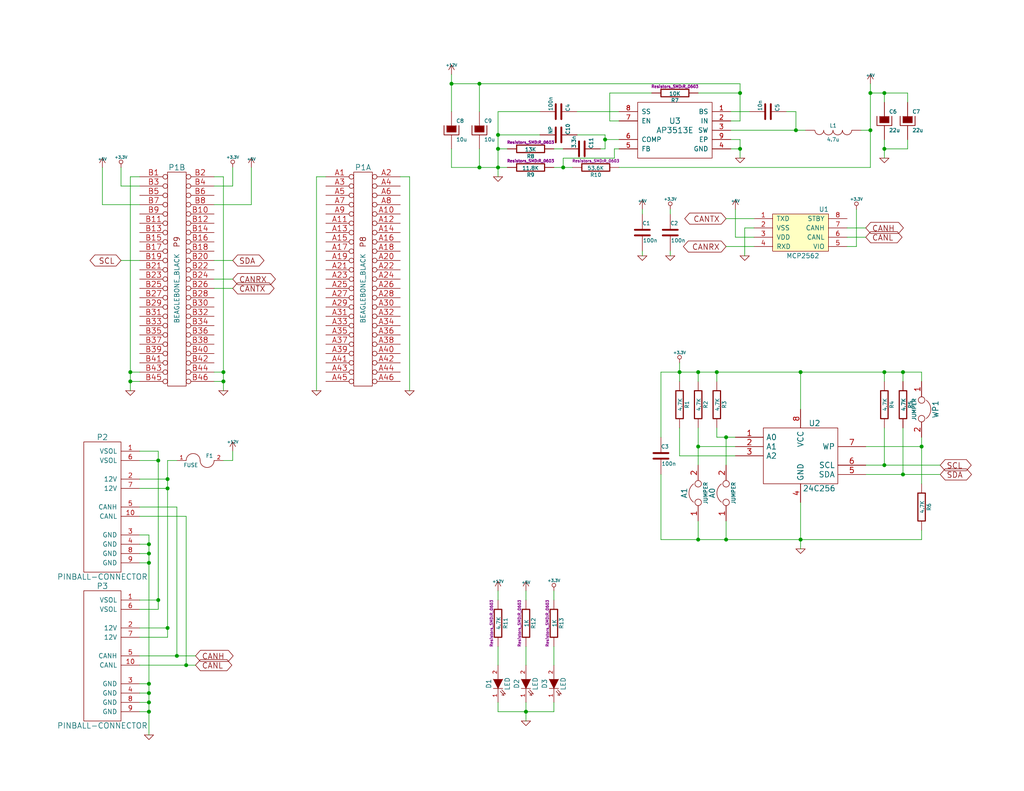
<source format=kicad_sch>
(kicad_sch (version 20230121) (generator eeschema)
  (paper "USLetter")
  (title_block (title "BeagleBone Black CAN Cape") (rev "1") (company "DIYPinball"))
  (lib_symbols
    (symbol "beaglebone-can-r1-rescue:+12V" (power) (pin_names (offset 0))
      (property "Value" "+12V" (at 0 3.556 0))
      (symbol "+12V_0_1"
        (polyline (pts (xy -0.762 1.27) (xy 0 2.54)))
        (polyline (pts (xy 0 0) (xy 0 2.54)))
        (polyline (pts (xy 0 2.54) (xy 0.762 1.27)))
      )
      (symbol "+12V_1_1"
        (pin power_in line (at 0 0 90) (length 0) hide (name "+12V") (number "1"))
      )
    )
    (symbol "beaglebone-can-r1-rescue:+3,3V" (power) (pin_names (offset 0))
      (property "Value" "+3,3V" (at 0 2.794 0))
      (symbol "+3,3V_0_0"
        (pin power_in line (at 0 0 90) (length 0) hide (name "+3.3V") (number "1"))
      )
      (symbol "+3,3V_0_1"
        (polyline (pts (xy 0 0) (xy 0 1.016) (xy 0 1.016)))
        (circle (center 0 1.524) (radius 0.508))
      )
    )
    (symbol "beaglebone-can-r1-rescue:+3.3V-RESCUE-beaglebone-can-r1" (power) (pin_names (offset 0))
      (property "Value" "+3.3V-RESCUE-beaglebone-can-r1" (at 0 2.794 0))
      (symbol "+3.3V-RESCUE-beaglebone-can-r1_0_0"
        (pin power_in line (at 0 0 90) (length 0) hide (name "+3.3V") (number "1"))
      )
      (symbol "+3.3V-RESCUE-beaglebone-can-r1_0_1"
        (polyline (pts (xy 0 0) (xy 0 1.016) (xy 0 1.016)))
        (circle (center 0 1.524) (radius 0.508))
      )
    )
    (symbol "beaglebone-can-r1-rescue:+5V" (power) (pin_names (offset 0))
      (property "Value" "+5V" (at 0 3.556 0))
      (symbol "+5V_0_1"
        (polyline (pts (xy -0.762 1.27) (xy 0 2.54)))
        (polyline (pts (xy 0 0) (xy 0 2.54)))
        (polyline (pts (xy 0 2.54) (xy 0.762 1.27)))
      )
      (symbol "+5V_1_1"
        (pin power_in line (at 0 0 90) (length 0) hide (name "+5V") (number "1"))
      )
    )
    (symbol "beaglebone-can-r1-rescue:24C512" (pin_names (offset 0.762))
      (property "Reference" "U" (at 3.81 8.89 0))
      (property "Value" "24C512" (at 5.08 -8.89 0))
      (symbol "24C512_0_0"
        (pin power_in line (at 0 -12.7 90) (length 5.08) (name "GND") (number "4"))
        (pin power_in line (at 0 12.7 270) (length 5.08) (name "VCC") (number "8"))
      )
      (symbol "24C512_1_1"
        (rectangle (start -10.16 -7.62) (end 10.16 7.62))
        (pin input line (at -17.78 5.08 0) (length 7.62) (name "A0") (number "1"))
        (pin input line (at -17.78 2.54 0) (length 7.62) (name "A1") (number "2"))
        (pin input line (at -17.78 0 0) (length 7.62) (name "A2") (number "3"))
        (pin bidirectional line (at 17.78 -5.08 180) (length 7.62) (name "SDA") (number "5"))
        (pin input line (at 17.78 -2.54 180) (length 7.62) (name "SCL") (number "6"))
        (pin input line (at 17.78 2.54 180) (length 7.62) (name "WP") (number "7"))
      )
    )
    (symbol "beaglebone-can-r1-rescue:AP3513E" (pin_names (offset 1.016))
      (property "Reference" "U" (at 0 2.54 0))
      (property "Value" "AP3513E" (at 0 0 0))
      (symbol "AP3513E_0_1"
        (rectangle (start -10.16 7.62) (end 10.16 -7.62))
      )
      (symbol "AP3513E_1_1"
        (pin input line (at -15.24 5.08 0) (length 5.08) (name "BS") (number "1"))
        (pin input line (at -15.24 2.54 0) (length 5.08) (name "IN") (number "2"))
        (pin input line (at -15.24 0 0) (length 5.08) (name "SW") (number "3"))
        (pin input line (at -15.24 -5.08 0) (length 5.08) (name "GND") (number "4"))
        (pin input line (at 15.24 -5.08 180) (length 5.08) (name "FB") (number "5"))
        (pin input line (at 15.24 -2.54 180) (length 5.08) (name "COMP") (number "6"))
        (pin input line (at 15.24 2.54 180) (length 5.08) (name "EN") (number "7"))
        (pin input line (at 15.24 5.08 180) (length 5.08) (name "SS") (number "8"))
        (pin input line (at -15.24 -2.54 0) (length 5.08) (name "EP") (number "9"))
      )
    )
    (symbol "beaglebone-can-r1-rescue:BEAGLEBONE_BLACK" (pin_names (offset 0.254) hide)
      (property "Reference" "P" (at 0 33.02 0))
      (property "Value" "BEAGLEBONE_BLACK" (at 0 0 90))
      (symbol "BEAGLEBONE_BLACK_0_1"
        (rectangle (start -2.54 31.75) (end 2.54 -26.67))
      )
      (symbol "BEAGLEBONE_BLACK_1_0"
        (text "P8" (at 0 12.7 900) (effects (font (size 1.524 1.524))))
      )
      (symbol "BEAGLEBONE_BLACK_1_1"
        (pin passive inverted (at -10.16 30.48 0) (length 7.62) (name "GND") (number "A1"))
        (pin passive inverted (at 10.16 20.32 180) (length 7.62) (name "P10") (number "A10"))
        (pin passive inverted (at -10.16 17.78 0) (length 7.62) (name "P11") (number "A11"))
        (pin passive inverted (at 10.16 17.78 180) (length 7.62) (name "P12") (number "A12"))
        (pin passive inverted (at -10.16 15.24 0) (length 7.62) (name "P13") (number "A13"))
        (pin passive inverted (at 10.16 15.24 180) (length 7.62) (name "P14") (number "A14"))
        (pin passive inverted (at -10.16 12.7 0) (length 7.62) (name "P15") (number "A15"))
        (pin passive inverted (at 10.16 12.7 180) (length 7.62) (name "P16") (number "A16"))
        (pin passive inverted (at -10.16 10.16 0) (length 7.62) (name "P17") (number "A17"))
        (pin passive inverted (at 10.16 10.16 180) (length 7.62) (name "P18") (number "A18"))
        (pin passive inverted (at -10.16 7.62 0) (length 7.62) (name "P19") (number "A19"))
        (pin passive inverted (at 10.16 30.48 180) (length 7.62) (name "P2") (number "A2"))
        (pin passive inverted (at 10.16 7.62 180) (length 7.62) (name "P20") (number "A20"))
        (pin passive inverted (at -10.16 5.08 0) (length 7.62) (name "P21") (number "A21"))
        (pin passive inverted (at 10.16 5.08 180) (length 7.62) (name "P22") (number "A22"))
        (pin input inverted (at -10.16 2.54 0) (length 7.62) (name "P23") (number "A23"))
        (pin passive inverted (at 10.16 2.54 180) (length 7.62) (name "P24") (number "A24"))
        (pin input inverted (at -10.16 0 0) (length 7.62) (name "P25") (number "A25"))
        (pin passive inverted (at 10.16 0 180) (length 7.62) (name "P26") (number "A26"))
        (pin passive inverted (at -10.16 -2.54 0) (length 7.62) (name "P27") (number "A27"))
        (pin passive inverted (at 10.16 -2.54 180) (length 7.62) (name "AP28") (number "A28"))
        (pin passive inverted (at -10.16 -5.08 0) (length 7.62) (name "P29") (number "A29"))
        (pin passive inverted (at -10.16 27.94 0) (length 7.62) (name "P3") (number "A3"))
        (pin passive inverted (at 10.16 -5.08 180) (length 7.62) (name "P30") (number "A30"))
        (pin passive inverted (at -10.16 -7.62 0) (length 7.62) (name "P31") (number "A31"))
        (pin passive inverted (at 10.16 -7.62 180) (length 7.62) (name "P32") (number "A32"))
        (pin passive inverted (at -10.16 -10.16 0) (length 7.62) (name "P33") (number "A33"))
        (pin passive inverted (at 10.16 -10.16 180) (length 7.62) (name "P34") (number "A34"))
        (pin passive inverted (at -10.16 -12.7 0) (length 7.62) (name "P35") (number "A35"))
        (pin passive inverted (at 10.16 -12.7 180) (length 7.62) (name "P36") (number "A36"))
        (pin passive inverted (at -10.16 -15.24 0) (length 7.62) (name "P37") (number "A37"))
        (pin passive inverted (at 10.16 -15.24 180) (length 7.62) (name "P38") (number "A38"))
        (pin passive inverted (at -10.16 -17.78 0) (length 7.62) (name "P39") (number "A39"))
        (pin passive inverted (at 10.16 27.94 180) (length 7.62) (name "P4") (number "A4"))
        (pin passive inverted (at 10.16 -17.78 180) (length 7.62) (name "P40") (number "A40"))
        (pin passive inverted (at -10.16 -20.32 0) (length 7.62) (name "P41") (number "A41"))
        (pin passive inverted (at 10.16 -20.32 180) (length 7.62) (name "P42") (number "A42"))
        (pin passive inverted (at -10.16 -22.86 0) (length 7.62) (name "P43") (number "A43"))
        (pin passive inverted (at 10.16 -22.86 180) (length 7.62) (name "P44") (number "A44"))
        (pin passive inverted (at -10.16 -25.4 0) (length 7.62) (name "P45") (number "A45"))
        (pin passive inverted (at 10.16 -25.4 180) (length 7.62) (name "P46") (number "A46"))
        (pin passive inverted (at -10.16 25.4 0) (length 7.62) (name "P5") (number "A5"))
        (pin passive inverted (at 10.16 25.4 180) (length 7.62) (name "P6") (number "A6"))
        (pin passive inverted (at -10.16 22.86 0) (length 7.62) (name "P7") (number "A7"))
        (pin passive inverted (at 10.16 22.86 180) (length 7.62) (name "P8") (number "A8"))
        (pin passive inverted (at -10.16 20.32 0) (length 7.62) (name "P9") (number "A9"))
      )
      (symbol "BEAGLEBONE_BLACK_2_0"
        (text "P9" (at 0 12.7 900) (effects (font (size 1.524 1.524))))
      )
      (symbol "BEAGLEBONE_BLACK_2_1"
        (pin passive inverted (at -10.16 30.48 0) (length 7.62) (name "GND") (number "B1"))
        (pin passive inverted (at 10.16 20.32 180) (length 7.62) (name "P10") (number "B10"))
        (pin passive inverted (at -10.16 17.78 0) (length 7.62) (name "B11") (number "B11"))
        (pin passive inverted (at 10.16 17.78 180) (length 7.62) (name "P12") (number "B12"))
        (pin passive inverted (at -10.16 15.24 0) (length 7.62) (name "P13") (number "B13"))
        (pin passive inverted (at 10.16 15.24 180) (length 7.62) (name "P14") (number "B14"))
        (pin passive inverted (at -10.16 12.7 0) (length 7.62) (name "P15") (number "B15"))
        (pin passive inverted (at 10.16 12.7 180) (length 7.62) (name "P16") (number "B16"))
        (pin passive inverted (at -10.16 10.16 0) (length 7.62) (name "P17") (number "B17"))
        (pin passive inverted (at 10.16 10.16 180) (length 7.62) (name "P18") (number "B18"))
        (pin passive inverted (at -10.16 7.62 0) (length 7.62) (name "P19") (number "B19"))
        (pin passive inverted (at 10.16 30.48 180) (length 7.62) (name "P2") (number "B2"))
        (pin passive inverted (at 10.16 7.62 180) (length 7.62) (name "P20") (number "B20"))
        (pin passive inverted (at -10.16 5.08 0) (length 7.62) (name "P21") (number "B21"))
        (pin passive inverted (at 10.16 5.08 180) (length 7.62) (name "P22") (number "B22"))
        (pin input inverted (at -10.16 2.54 0) (length 7.62) (name "P23") (number "B23"))
        (pin passive inverted (at 10.16 2.54 180) (length 7.62) (name "P24") (number "B24"))
        (pin input inverted (at -10.16 0 0) (length 7.62) (name "P25") (number "B25"))
        (pin passive inverted (at 10.16 0 180) (length 7.62) (name "P26") (number "B26"))
        (pin passive inverted (at -10.16 -2.54 0) (length 7.62) (name "P27") (number "B27"))
        (pin passive inverted (at 10.16 -2.54 180) (length 7.62) (name "AP28") (number "B28"))
        (pin passive inverted (at -10.16 -5.08 0) (length 7.62) (name "P29") (number "B29"))
        (pin passive inverted (at -10.16 27.94 0) (length 7.62) (name "~") (number "B3"))
        (pin passive inverted (at 10.16 -5.08 180) (length 7.62) (name "P30") (number "B30"))
        (pin passive inverted (at -10.16 -7.62 0) (length 7.62) (name "P31") (number "B31"))
        (pin passive inverted (at 10.16 -7.62 180) (length 7.62) (name "P32") (number "B32"))
        (pin passive inverted (at -10.16 -10.16 0) (length 7.62) (name "P33") (number "B33"))
        (pin passive inverted (at 10.16 -10.16 180) (length 7.62) (name "P34") (number "B34"))
        (pin passive inverted (at -10.16 -12.7 0) (length 7.62) (name "P35") (number "B35"))
        (pin passive inverted (at 10.16 -12.7 180) (length 7.62) (name "P36") (number "B36"))
        (pin passive inverted (at -10.16 -15.24 0) (length 7.62) (name "P37") (number "B37"))
        (pin passive inverted (at 10.16 -15.24 180) (length 7.62) (name "P38") (number "B38"))
        (pin passive inverted (at -10.16 -17.78 0) (length 7.62) (name "P39") (number "B39"))
        (pin passive inverted (at 10.16 27.94 180) (length 7.62) (name "P4") (number "B4"))
        (pin passive inverted (at 10.16 -17.78 180) (length 7.62) (name "P40") (number "B40"))
        (pin passive inverted (at -10.16 -20.32 0) (length 7.62) (name "P41") (number "B41"))
        (pin passive inverted (at 10.16 -20.32 180) (length 7.62) (name "P42") (number "B42"))
        (pin passive inverted (at -10.16 -22.86 0) (length 7.62) (name "P43") (number "B43"))
        (pin passive inverted (at 10.16 -22.86 180) (length 7.62) (name "P44") (number "B44"))
        (pin passive inverted (at -10.16 -25.4 0) (length 7.62) (name "P45") (number "B45"))
        (pin passive inverted (at 10.16 -25.4 180) (length 7.62) (name "P46") (number "B46"))
        (pin passive inverted (at -10.16 25.4 0) (length 7.62) (name "P5") (number "B5"))
        (pin passive inverted (at 10.16 25.4 180) (length 7.62) (name "P6") (number "B6"))
        (pin passive inverted (at -10.16 22.86 0) (length 7.62) (name "P7") (number "B7"))
        (pin passive inverted (at 10.16 22.86 180) (length 7.62) (name "P8") (number "B8"))
        (pin passive inverted (at -10.16 20.32 0) (length 7.62) (name "P9") (number "B9"))
      )
    )
    (symbol "beaglebone-can-r1-rescue:C-RESCUE-beaglebone-can-r1" (pin_numbers hide) (pin_names (offset 0.254))
      (property "Reference" "C" (at 0 2.54 0))
      (property "Value" "C-RESCUE-beaglebone-can-r1" (at 0.1524 -2.159 0))
      (symbol "C-RESCUE-beaglebone-can-r1_0_1"
        (polyline (pts (xy -2.032 -0.762) (xy 2.032 -0.762)) (stroke (width 0.508)))
        (polyline (pts (xy -2.032 0.762) (xy 2.032 0.762)) (stroke (width 0.508)))
      )
      (symbol "C-RESCUE-beaglebone-can-r1_1_1"
        (pin passive line (at 0 5.08 270) (length 4.318) (name "~") (number "1"))
        (pin passive line (at 0 -5.08 90) (length 4.318) (name "~") (number "2"))
      )
    )
    (symbol "beaglebone-can-r1-rescue:CP-RESCUE-beaglebone-can-r1" (pin_numbers hide) (pin_names (offset 0.254) hide)
      (property "Reference" "C" (at 1.27 2.54 0))
      (property "Value" "CP-RESCUE-beaglebone-can-r1" (at 1.27 -2.54 0))
      (symbol "CP-RESCUE-beaglebone-can-r1_0_1"
        (polyline (pts (xy -2.032 1.27) (xy -2.032 -1.27) (xy 2.032 -1.27) (xy 2.032 1.27)) (stroke (width 0.2032)))
        (polyline (pts (xy -1.27 1.27) (xy -1.27 -0.508) (xy 1.27 -0.508) (xy 1.27 1.27)) (fill (type outline)))
      )
      (symbol "CP-RESCUE-beaglebone-can-r1_1_1"
        (pin passive line (at 0 5.08 270) (length 3.81) (name "~") (number "1"))
        (pin passive line (at 0 -5.08 90) (length 3.81) (name "~") (number "2"))
      )
    )
    (symbol "beaglebone-can-r1-rescue:FUSE" (pin_names (offset 0.254))
      (property "Reference" "F" (at 2.54 1.27 0))
      (property "Value" "FUSE" (at -2.54 -1.27 0))
      (symbol "FUSE_0_1"
        (arc (start 0 0) (mid -1.905 1.8967) (end -3.81 0))
        (arc (start 0 0) (mid 1.905 -1.8967) (end 3.81 0))
      )
      (symbol "FUSE_1_1"
        (pin input line (at -6.35 0 0) (length 2.54) (name "~") (number "1"))
        (pin input line (at 6.35 0 180) (length 2.54) (name "~") (number "2"))
      )
    )
    (symbol "beaglebone-can-r1-rescue:GND-RESCUE-beaglebone-can-r1" (power) (pin_names (offset 0))
      (symbol "GND-RESCUE-beaglebone-can-r1_0_1"
        (polyline (pts (xy -1.27 0) (xy 0 -1.27) (xy 1.27 0) (xy -1.27 0)))
      )
      (symbol "GND-RESCUE-beaglebone-can-r1_1_1"
        (pin power_in line (at 0 0 90) (length 0) hide (name "GND") (number "1"))
      )
    )
    (symbol "beaglebone-can-r1-rescue:INDUCTOR" (pin_numbers hide) (pin_names (offset 1.016) hide)
      (property "Reference" "L" (at -1.27 0 90))
      (property "Value" "INDUCTOR" (at 2.54 0 90))
      (symbol "INDUCTOR_0_1"
        (arc (start 0.0254 -5.0546) (mid 1.2449 -3.8097) (end 0.0254 -2.54))
        (arc (start 0.0254 -2.5146) (mid 1.2703 -1.2444) (end 0.0254 0.0508))
        (arc (start 0.0254 0.0254) (mid 1.2703 1.2956) (end 0.0254 2.5908))
        (arc (start 0.0254 2.5654) (mid 1.1941 3.7595) (end 0.0254 4.9784))
      )
      (symbol "INDUCTOR_1_1"
        (pin passive line (at 0 7.62 270) (length 2.54) (name "1") (number "1"))
        (pin passive line (at 0 -7.62 90) (length 2.54) (name "2") (number "2"))
      )
    )
    (symbol "beaglebone-can-r1-rescue:JUMPER" (pin_names (offset 0.762) hide)
      (property "Reference" "JP" (at 0 3.81 0))
      (property "Value" "JUMPER" (at 0 -2.032 0))
      (symbol "JUMPER_0_1"
        (circle (center -2.54 0) (radius 0.889))
        (arc (start 2.5146 1.27) (mid 0.0078 2.5097) (end -2.4892 1.27))
        (circle (center 2.54 0) (radius 0.889))
        (pin passive line (at -7.62 0 0) (length 4.191) (name "1") (number "1"))
        (pin passive line (at 7.62 0 180) (length 4.191) (name "2") (number "2"))
      )
    )
    (symbol "beaglebone-can-r1-rescue:LED" (pin_names (offset 1.016) hide)
      (property "Reference" "D" (at 0 2.54 0))
      (property "Value" "LED" (at 0 -2.54 0))
      (symbol "LED_0_1"
        (polyline (pts (xy -1.27 1.27) (xy -1.27 -1.27)))
        (polyline (pts (xy -2.032 -0.635) (xy -3.175 -1.651) (xy -3.048 -1.016)))
        (polyline (pts (xy -1.651 -1.016) (xy -2.794 -2.032) (xy -2.667 -1.397)))
        (polyline (pts (xy 1.27 1.27) (xy -1.27 0) (xy 1.27 -1.27)) (fill (type outline)))
      )
      (symbol "LED_1_1"
        (pin passive line (at -5.08 0 0) (length 3.81) (name "K") (number "1"))
        (pin passive line (at 5.08 0 180) (length 3.81) (name "A") (number "2"))
      )
    )
    (symbol "beaglebone-can-r1-rescue:MCP2562" (pin_names (offset 1.016))
      (property "Reference" "U" (at -6.35 7.62 0))
      (property "Value" "MCP2562" (at -0.635 -5.08 0))
      (symbol "MCP2562_0_1"
        (rectangle (start -7.62 6.35) (end 7.62 -3.81) (fill (type background)))
      )
      (symbol "MCP2562_1_1"
        (pin input line (at 12.7 5.08 180) (length 5.08) (name "TXD") (number "1"))
        (pin power_in line (at 12.7 2.54 180) (length 5.08) (name "VSS") (number "2"))
        (pin power_in line (at 12.7 0 180) (length 5.08) (name "VDD") (number "3"))
        (pin output line (at 12.7 -2.54 180) (length 5.08) (name "RXD") (number "4"))
        (pin power_in line (at -12.7 -2.54 0) (length 5.08) (name "VIO") (number "5"))
        (pin bidirectional line (at -12.7 0 0) (length 5.08) (name "CANL") (number "6"))
        (pin bidirectional line (at -12.7 2.54 0) (length 5.08) (name "CANH") (number "7"))
        (pin input line (at -12.7 5.08 0) (length 5.08) (name "STBY") (number "8"))
      )
    )
    (symbol "beaglebone-can-r1-rescue:PINBALL-CONNECTOR" (pin_names (offset 1.016))
      (property "Reference" "P" (at 0 19.05 0))
      (property "Value" "PINBALL-CONNECTOR" (at 0 -19.05 0))
      (symbol "PINBALL-CONNECTOR_0_1"
        (rectangle (start 5.08 17.78) (end -5.08 -17.78))
      )
      (symbol "PINBALL-CONNECTOR_1_1"
        (pin power_in line (at 10.16 15.24 180) (length 5.08) (name "VSOL") (number "1"))
        (pin bidirectional line (at 10.16 -2.54 180) (length 5.08) (name "CANL") (number "10"))
        (pin power_in line (at 10.16 7.62 180) (length 5.08) (name "12V") (number "2"))
        (pin power_in line (at 10.16 -7.62 180) (length 5.08) (name "GND") (number "3"))
        (pin power_in line (at 10.16 -10.16 180) (length 5.08) (name "GND") (number "4"))
        (pin bidirectional line (at 10.16 0 180) (length 5.08) (name "CANH") (number "5"))
        (pin power_in line (at 10.16 12.7 180) (length 5.08) (name "VSOL") (number "6"))
        (pin power_in line (at 10.16 5.08 180) (length 5.08) (name "12V") (number "7"))
        (pin power_in line (at 10.16 -12.7 180) (length 5.08) (name "GND") (number "8"))
        (pin power_in line (at 10.16 -15.24 180) (length 5.08) (name "GND") (number "9"))
      )
    )
    (symbol "beaglebone-can-r1-rescue:R-RESCUE-beaglebone-can-r1" (pin_numbers hide) (pin_names (offset 0))
      (property "Reference" "R" (at 2.032 0 90))
      (property "Value" "R-RESCUE-beaglebone-can-r1" (at 0.1778 0.0254 90))
      (symbol "R-RESCUE-beaglebone-can-r1_0_1"
        (rectangle (start -1.016 3.81) (end 1.016 -3.81) (stroke (width 0.3048)))
      )
      (symbol "R-RESCUE-beaglebone-can-r1_1_1"
        (pin passive line (at 0 6.35 270) (length 2.54) (name "~") (number "1"))
        (pin passive line (at 0 -6.35 90) (length 2.54) (name "~") (number "2"))
      )
    )
  )
  (junction (at 60.96 101.6))
  (junction (at 198.12 119.38))
  (junction (at 123.19 22.86))
  (junction (at 50.8 181.61))
  (junction (at 241.3 25.4))
  (junction (at 35.56 101.6))
  (junction (at 217.17 35.56))
  (junction (at 190.5 101.6))
  (junction (at 218.44 101.6))
  (junction (at 48.26 179.07))
  (junction (at 246.38 101.6))
  (junction (at 185.42 101.6))
  (junction (at 135.89 45.72))
  (junction (at 165.1 38.1))
  (junction (at 218.44 147.32))
  (junction (at 237.49 25.4))
  (junction (at 246.38 129.54))
  (junction (at 40.64 153.67))
  (junction (at 241.3 40.64))
  (junction (at 195.58 101.6))
  (junction (at 35.56 104.14))
  (junction (at 190.5 121.92))
  (junction (at 60.96 104.14))
  (junction (at 135.89 36.83))
  (junction (at 130.81 22.86))
  (junction (at 153.67 45.72))
  (junction (at 201.93 25.4))
  (junction (at 198.12 147.32))
  (junction (at 40.64 194.31))
  (junction (at 40.64 148.59))
  (junction (at 40.64 191.77))
  (junction (at 135.89 40.64))
  (junction (at 40.64 151.13))
  (junction (at 40.64 189.23))
  (junction (at 43.18 125.73))
  (junction (at 241.3 101.6))
  (junction (at 130.81 45.72))
  (junction (at 237.49 35.56))
  (junction (at 201.93 40.64))
  (junction (at 45.72 133.35))
  (junction (at 190.5 147.32))
  (junction (at 143.51 194.31))
  (junction (at 43.18 163.83))
  (junction (at 40.64 186.69))
  (junction (at 251.46 121.92))
  (junction (at 45.72 130.81))
  (junction (at 241.3 127))
  (junction (at 45.72 171.45))
  (wire (pts (xy 45.72 173.99) (xy 38.1 173.99)))
  (wire (pts (xy 135.89 40.64) (xy 135.89 45.72)))
  (wire (pts (xy 111.76 48.26) (xy 111.76 106.68)))
  (wire (pts (xy 58.42 55.88) (xy 68.58 55.88)))
  (wire (pts (xy 38.1 146.05) (xy 40.64 146.05)))
  (wire (pts (xy 241.3 101.6) (xy 246.38 101.6)))
  (wire (pts (xy 143.51 191.77) (xy 143.51 194.31)))
  (wire (pts (xy 168.91 30.48) (xy 157.48 30.48)))
  (wire (pts (xy 199.39 38.1) (xy 201.93 38.1)))
  (wire (pts (xy 40.64 194.31) (xy 40.64 200.66)))
  (wire (pts (xy 237.49 35.56) (xy 234.95 35.56)))
  (wire (pts (xy 167.64 40.64) (xy 167.64 43.18)))
  (wire (pts (xy 45.72 130.81) (xy 38.1 130.81)))
  (wire (pts (xy 143.51 194.31) (xy 143.51 196.85)))
  (wire (pts (xy 60.96 48.26) (xy 60.96 101.6)))
  (wire (pts (xy 199.39 30.48) (xy 204.47 30.48)))
  (wire (pts (xy 63.5 125.73) (xy 63.5 123.19)))
  (wire (pts (xy 130.81 30.48) (xy 130.81 22.86)))
  (wire (pts (xy 218.44 137.16) (xy 218.44 147.32)))
  (wire (pts (xy 151.13 45.72) (xy 153.67 45.72)))
  (wire (pts (xy 198.12 127) (xy 198.12 119.38)))
  (wire (pts (xy 236.22 121.92) (xy 251.46 121.92)))
  (wire (pts (xy 241.3 27.94) (xy 241.3 25.4)))
  (wire (pts (xy 241.3 40.64) (xy 241.3 43.18)))
  (wire (pts (xy 195.58 104.14) (xy 195.58 101.6)))
  (wire (pts (xy 233.68 67.31) (xy 233.68 57.15)))
  (wire (pts (xy 58.42 78.74) (xy 63.5 78.74)))
  (wire (pts (xy 40.64 189.23) (xy 40.64 191.77)))
  (wire (pts (xy 205.74 59.69) (xy 198.12 59.69)))
  (wire (pts (xy 218.44 147.32) (xy 251.46 147.32)))
  (wire (pts (xy 147.32 36.83) (xy 135.89 36.83)))
  (wire (pts (xy 123.19 22.86) (xy 130.81 22.86)))
  (wire (pts (xy 177.8 25.4) (xy 166.37 25.4)))
  (wire (pts (xy 88.9 48.26) (xy 86.36 48.26)))
  (wire (pts (xy 168.91 40.64) (xy 167.64 40.64)))
  (wire (pts (xy 138.43 40.64) (xy 135.89 40.64)))
  (wire (pts (xy 241.3 38.1) (xy 241.3 40.64)))
  (wire (pts (xy 182.88 68.58) (xy 182.88 69.85)))
  (wire (pts (xy 50.8 140.97) (xy 50.8 181.61)))
  (wire (pts (xy 33.02 50.8) (xy 33.02 45.72)))
  (wire (pts (xy 38.1 125.73) (xy 43.18 125.73)))
  (wire (pts (xy 123.19 45.72) (xy 123.19 40.64)))
  (wire (pts (xy 231.14 67.31) (xy 233.68 67.31)))
  (wire (pts (xy 60.96 104.14) (xy 60.96 106.68)))
  (wire (pts (xy 198.12 147.32) (xy 218.44 147.32)))
  (wire (pts (xy 201.93 38.1) (xy 201.93 40.64)))
  (wire (pts (xy 153.67 43.18) (xy 153.67 45.72)))
  (wire (pts (xy 198.12 119.38) (xy 200.66 119.38)))
  (wire (pts (xy 203.2 62.23) (xy 203.2 69.85)))
  (wire (pts (xy 237.49 22.86) (xy 237.49 25.4)))
  (wire (pts (xy 27.94 55.88) (xy 27.94 45.72)))
  (wire (pts (xy 35.56 48.26) (xy 35.56 101.6)))
  (wire (pts (xy 217.17 35.56) (xy 217.17 30.48)))
  (wire (pts (xy 135.89 194.31) (xy 135.89 191.77)))
  (wire (pts (xy 43.18 163.83) (xy 43.18 166.37)))
  (wire (pts (xy 40.64 153.67) (xy 40.64 186.69)))
  (wire (pts (xy 201.93 33.02) (xy 199.39 33.02)))
  (wire (pts (xy 236.22 62.23) (xy 231.14 62.23)))
  (wire (pts (xy 130.81 45.72) (xy 135.89 45.72)))
  (wire (pts (xy 143.51 163.83) (xy 143.51 161.29)))
  (wire (pts (xy 185.42 101.6) (xy 185.42 104.14)))
  (wire (pts (xy 40.64 186.69) (xy 40.64 189.23)))
  (wire (pts (xy 237.49 25.4) (xy 241.3 25.4)))
  (wire (pts (xy 38.1 101.6) (xy 35.56 101.6)))
  (wire (pts (xy 237.49 45.72) (xy 168.91 45.72)))
  (wire (pts (xy 190.5 116.84) (xy 190.5 121.92)))
  (wire (pts (xy 251.46 119.38) (xy 251.46 121.92)))
  (wire (pts (xy 43.18 123.19) (xy 43.18 125.73)))
  (wire (pts (xy 247.65 40.64) (xy 247.65 38.1)))
  (wire (pts (xy 86.36 48.26) (xy 86.36 106.68)))
  (wire (pts (xy 190.5 121.92) (xy 190.5 127)))
  (wire (pts (xy 151.13 163.83) (xy 151.13 161.29)))
  (wire (pts (xy 168.91 38.1) (xy 165.1 38.1)))
  (wire (pts (xy 180.34 129.54) (xy 180.34 147.32)))
  (wire (pts (xy 130.81 45.72) (xy 130.81 40.64)))
  (wire (pts (xy 153.67 40.64) (xy 151.13 40.64)))
  (wire (pts (xy 175.26 68.58) (xy 175.26 69.85)))
  (wire (pts (xy 135.89 161.29) (xy 135.89 163.83)))
  (wire (pts (xy 190.5 147.32) (xy 198.12 147.32)))
  (wire (pts (xy 246.38 101.6) (xy 246.38 104.14)))
  (wire (pts (xy 217.17 30.48) (xy 214.63 30.48)))
  (wire (pts (xy 38.1 186.69) (xy 40.64 186.69)))
  (wire (pts (xy 236.22 129.54) (xy 246.38 129.54)))
  (wire (pts (xy 38.1 163.83) (xy 43.18 163.83)))
  (wire (pts (xy 166.37 25.4) (xy 166.37 33.02)))
  (wire (pts (xy 153.67 45.72) (xy 156.21 45.72)))
  (wire (pts (xy 48.26 125.73) (xy 45.72 125.73)))
  (wire (pts (xy 135.89 30.48) (xy 135.89 36.83)))
  (wire (pts (xy 38.1 71.12) (xy 33.02 71.12)))
  (wire (pts (xy 180.34 147.32) (xy 190.5 147.32)))
  (wire (pts (xy 195.58 119.38) (xy 195.58 116.84)))
  (wire (pts (xy 175.26 58.42) (xy 175.26 57.15)))
  (wire (pts (xy 123.19 45.72) (xy 130.81 45.72)))
  (wire (pts (xy 199.39 40.64) (xy 201.93 40.64)))
  (wire (pts (xy 190.5 104.14) (xy 190.5 101.6)))
  (wire (pts (xy 241.3 127) (xy 241.3 116.84)))
  (wire (pts (xy 58.42 104.14) (xy 60.96 104.14)))
  (wire (pts (xy 135.89 194.31) (xy 143.51 194.31)))
  (wire (pts (xy 165.1 38.1) (xy 165.1 40.64)))
  (wire (pts (xy 190.5 101.6) (xy 195.58 101.6)))
  (wire (pts (xy 165.1 40.64) (xy 163.83 40.64)))
  (wire (pts (xy 38.1 191.77) (xy 40.64 191.77)))
  (wire (pts (xy 63.5 50.8) (xy 63.5 45.72)))
  (wire (pts (xy 38.1 189.23) (xy 40.64 189.23)))
  (wire (pts (xy 218.44 111.76) (xy 218.44 101.6)))
  (wire (pts (xy 58.42 101.6) (xy 60.96 101.6)))
  (wire (pts (xy 135.89 30.48) (xy 147.32 30.48)))
  (wire (pts (xy 151.13 181.61) (xy 151.13 176.53)))
  (wire (pts (xy 185.42 101.6) (xy 190.5 101.6)))
  (wire (pts (xy 48.26 179.07) (xy 48.26 138.43)))
  (wire (pts (xy 123.19 22.86) (xy 123.19 30.48)))
  (wire (pts (xy 38.1 48.26) (xy 35.56 48.26)))
  (wire (pts (xy 60.96 125.73) (xy 63.5 125.73)))
  (wire (pts (xy 165.1 36.83) (xy 165.1 38.1)))
  (wire (pts (xy 40.64 191.77) (xy 40.64 194.31)))
  (wire (pts (xy 251.46 121.92) (xy 251.46 132.08)))
  (wire (pts (xy 237.49 35.56) (xy 237.49 45.72)))
  (wire (pts (xy 246.38 129.54) (xy 246.38 116.84)))
  (wire (pts (xy 201.93 25.4) (xy 201.93 33.02)))
  (wire (pts (xy 241.3 127) (xy 256.54 127)))
  (wire (pts (xy 251.46 101.6) (xy 251.46 104.14)))
  (wire (pts (xy 40.64 148.59) (xy 40.64 151.13)))
  (wire (pts (xy 198.12 67.31) (xy 205.74 67.31)))
  (wire (pts (xy 68.58 55.88) (xy 68.58 45.72)))
  (wire (pts (xy 237.49 25.4) (xy 237.49 35.56)))
  (wire (pts (xy 123.19 20.32) (xy 123.19 22.86)))
  (wire (pts (xy 185.42 124.46) (xy 185.42 116.84)))
  (wire (pts (xy 166.37 33.02) (xy 168.91 33.02)))
  (wire (pts (xy 45.72 171.45) (xy 45.72 173.99)))
  (wire (pts (xy 195.58 119.38) (xy 198.12 119.38)))
  (wire (pts (xy 151.13 194.31) (xy 151.13 191.77)))
  (wire (pts (xy 143.51 194.31) (xy 151.13 194.31)))
  (wire (pts (xy 185.42 99.06) (xy 185.42 101.6)))
  (wire (pts (xy 130.81 22.86) (xy 201.93 22.86)))
  (wire (pts (xy 246.38 101.6) (xy 251.46 101.6)))
  (wire (pts (xy 135.89 181.61) (xy 135.89 176.53)))
  (wire (pts (xy 38.1 55.88) (xy 27.94 55.88)))
  (wire (pts (xy 58.42 71.12) (xy 63.5 71.12)))
  (wire (pts (xy 43.18 125.73) (xy 43.18 163.83)))
  (wire (pts (xy 246.38 129.54) (xy 256.54 129.54)))
  (wire (pts (xy 200.66 64.77) (xy 200.66 57.15)))
  (wire (pts (xy 38.1 148.59) (xy 40.64 148.59)))
  (wire (pts (xy 241.3 104.14) (xy 241.3 101.6)))
  (wire (pts (xy 200.66 121.92) (xy 190.5 121.92)))
  (wire (pts (xy 251.46 147.32) (xy 251.46 144.78)))
  (wire (pts (xy 43.18 166.37) (xy 38.1 166.37)))
  (wire (pts (xy 109.22 48.26) (xy 111.76 48.26)))
  (wire (pts (xy 58.42 50.8) (xy 63.5 50.8)))
  (wire (pts (xy 218.44 101.6) (xy 241.3 101.6)))
  (wire (pts (xy 38.1 151.13) (xy 40.64 151.13)))
  (wire (pts (xy 198.12 142.24) (xy 198.12 147.32)))
  (wire (pts (xy 45.72 133.35) (xy 45.72 171.45)))
  (wire (pts (xy 205.74 64.77) (xy 200.66 64.77)))
  (wire (pts (xy 247.65 25.4) (xy 247.65 27.94)))
  (wire (pts (xy 40.64 151.13) (xy 40.64 153.67)))
  (wire (pts (xy 58.42 48.26) (xy 60.96 48.26)))
  (wire (pts (xy 48.26 179.07) (xy 53.34 179.07)))
  (wire (pts (xy 38.1 153.67) (xy 40.64 153.67)))
  (wire (pts (xy 135.89 45.72) (xy 138.43 45.72)))
  (wire (pts (xy 218.44 147.32) (xy 218.44 149.86)))
  (wire (pts (xy 45.72 125.73) (xy 45.72 130.81)))
  (wire (pts (xy 45.72 171.45) (xy 38.1 171.45)))
  (wire (pts (xy 241.3 25.4) (xy 247.65 25.4)))
  (wire (pts (xy 38.1 104.14) (xy 35.56 104.14)))
  (wire (pts (xy 45.72 130.81) (xy 45.72 133.35)))
  (wire (pts (xy 60.96 101.6) (xy 60.96 104.14)))
  (wire (pts (xy 63.5 76.2) (xy 58.42 76.2)))
  (wire (pts (xy 241.3 40.64) (xy 247.65 40.64)))
  (wire (pts (xy 38.1 179.07) (xy 48.26 179.07)))
  (wire (pts (xy 180.34 101.6) (xy 185.42 101.6)))
  (wire (pts (xy 38.1 181.61) (xy 50.8 181.61)))
  (wire (pts (xy 48.26 138.43) (xy 38.1 138.43)))
  (wire (pts (xy 165.1 36.83) (xy 157.48 36.83)))
  (wire (pts (xy 43.18 123.19) (xy 38.1 123.19)))
  (wire (pts (xy 236.22 64.77) (xy 231.14 64.77)))
  (wire (pts (xy 200.66 124.46) (xy 185.42 124.46)))
  (wire (pts (xy 143.51 181.61) (xy 143.51 176.53)))
  (wire (pts (xy 217.17 35.56) (xy 219.71 35.56)))
  (wire (pts (xy 38.1 140.97) (xy 50.8 140.97)))
  (wire (pts (xy 40.64 146.05) (xy 40.64 148.59)))
  (wire (pts (xy 190.5 147.32) (xy 190.5 142.24)))
  (wire (pts (xy 38.1 50.8) (xy 33.02 50.8)))
  (wire (pts (xy 35.56 104.14) (xy 35.56 106.68)))
  (wire (pts (xy 199.39 35.56) (xy 217.17 35.56)))
  (wire (pts (xy 201.93 22.86) (xy 201.93 25.4)))
  (wire (pts (xy 40.64 194.31) (xy 38.1 194.31)))
  (wire (pts (xy 190.5 25.4) (xy 201.93 25.4)))
  (wire (pts (xy 50.8 181.61) (xy 53.34 181.61)))
  (wire (pts (xy 180.34 101.6) (xy 180.34 119.38)))
  (wire (pts (xy 135.89 36.83) (xy 135.89 40.64)))
  (wire (pts (xy 205.74 62.23) (xy 203.2 62.23)))
  (wire (pts (xy 236.22 127) (xy 241.3 127)))
  (wire (pts (xy 182.88 58.42) (xy 182.88 57.15)))
  (wire (pts (xy 135.89 45.72) (xy 135.89 48.26)))
  (wire (pts (xy 201.93 40.64) (xy 201.93 43.18)))
  (wire (pts (xy 35.56 101.6) (xy 35.56 104.14)))
  (wire (pts (xy 38.1 133.35) (xy 45.72 133.35)))
  (wire (pts (xy 167.64 43.18) (xy 153.67 43.18)))
  (wire (pts (xy 195.58 101.6) (xy 218.44 101.6)))
  (global_label "CANL" (shape bidirectional) (at 236.22 64.77 0) (effects (font (size 1.524 1.524))) (property "Intersheetrefs" "${INTERSHEET_REFS}" (effects hide)))
  (global_label "CANH" (shape bidirectional) (at 53.34 179.07 0) (effects (font (size 1.524 1.524))) (property "Intersheetrefs" "${INTERSHEET_REFS}" (effects hide)))
  (global_label "SCL" (shape bidirectional) (at 33.02 71.12 180) (effects (font (size 1.524 1.524))) (property "Intersheetrefs" "${INTERSHEET_REFS}" (effects hide)))
  (global_label "SDA" (shape bidirectional) (at 256.54 129.54 0) (effects (font (size 1.524 1.524))) (property "Intersheetrefs" "${INTERSHEET_REFS}" (effects hide)))
  (global_label "CANTX" (shape bidirectional) (at 63.5 78.74 0) (effects (font (size 1.524 1.524))) (property "Intersheetrefs" "${INTERSHEET_REFS}" (effects hide)))
  (global_label "SCL" (shape bidirectional) (at 256.54 127 0) (effects (font (size 1.524 1.524))) (property "Intersheetrefs" "${INTERSHEET_REFS}" (effects hide)))
  (global_label "CANH" (shape bidirectional) (at 236.22 62.23 0) (effects (font (size 1.524 1.524))) (property "Intersheetrefs" "${INTERSHEET_REFS}" (effects hide)))
  (global_label "CANL" (shape bidirectional) (at 53.34 181.61 0) (effects (font (size 1.524 1.524))) (property "Intersheetrefs" "${INTERSHEET_REFS}" (effects hide)))
  (global_label "SDA" (shape bidirectional) (at 63.5 71.12 0) (effects (font (size 1.524 1.524))) (property "Intersheetrefs" "${INTERSHEET_REFS}" (effects hide)))
  (global_label "CANRX" (shape bidirectional) (at 198.12 67.31 180) (effects (font (size 1.524 1.524))) (property "Intersheetrefs" "${INTERSHEET_REFS}" (effects hide)))
  (global_label "CANRX" (shape bidirectional) (at 63.5 76.2 0) (effects (font (size 1.524 1.524))) (property "Intersheetrefs" "${INTERSHEET_REFS}" (effects hide)))
  (global_label "CANTX" (shape bidirectional) (at 198.12 59.69 180) (effects (font (size 1.524 1.524))) (property "Intersheetrefs" "${INTERSHEET_REFS}" (effects hide)))
  (symbol (lib_id "beaglebone-can-r1-rescue:24C512") (at 218.44 124.46 0) (unit 1)
    (property "Reference" "U2" (at 222.25 115.57 0) (effects (font (size 1.524 1.524))))
    (property "Value" "24C256" (at 223.52 133.35 0) (effects (font (size 1.524 1.524))))
    (property "Footprint" "Housings_SOIC:SOIC-8_3.9x4.9mm_Pitch1.27mm" (effects hide))
  )
  (symbol (lib_id "beaglebone-can-r1-rescue:GND-RESCUE-beaglebone-can-r1") (at 35.56 106.68 0) (unit 1)
    (property "Reference" "#PWR01" (effects hide))
    (property "Value" "GND" (effects hide))
  )
  (symbol (lib_id "beaglebone-can-r1-rescue:GND-RESCUE-beaglebone-can-r1") (at 60.96 106.68 0) (unit 1)
    (property "Reference" "#PWR02" (effects hide))
    (property "Value" "GND" (effects hide))
  )
  (symbol (lib_id "beaglebone-can-r1-rescue:GND-RESCUE-beaglebone-can-r1") (at 86.36 106.68 0) (unit 1)
    (property "Reference" "#PWR03" (effects hide))
    (property "Value" "GND" (effects hide))
  )
  (symbol (lib_id "beaglebone-can-r1-rescue:GND-RESCUE-beaglebone-can-r1") (at 111.76 106.68 0) (unit 1)
    (property "Reference" "#PWR04" (effects hide))
    (property "Value" "GND" (effects hide))
  )
  (symbol (lib_id "beaglebone-can-r1-rescue:+3.3V-RESCUE-beaglebone-can-r1") (at 63.5 45.72 0) (unit 1)
    (property "Reference" "#PWR05" (effects hide))
    (property "Value" "+3.3V" (at 63.5 42.926 0) (effects (font (size 0.762 0.762))))
  )
  (symbol (lib_id "beaglebone-can-r1-rescue:+3.3V-RESCUE-beaglebone-can-r1") (at 33.02 45.72 0) (unit 1)
    (property "Reference" "#PWR06" (effects hide))
    (property "Value" "+3.3V" (at 33.02 42.926 0) (effects (font (size 0.762 0.762))))
  )
  (symbol (lib_id "beaglebone-can-r1-rescue:+5V") (at 68.58 45.72 0) (unit 1)
    (property "Reference" "#PWR07" (effects hide))
    (property "Value" "+5V" (at 68.58 43.434 0) (effects (font (size 0.762 0.762))))
  )
  (symbol (lib_id "beaglebone-can-r1-rescue:+5V") (at 27.94 45.72 0) (unit 1)
    (property "Reference" "#PWR08" (effects hide))
    (property "Value" "+5V" (at 27.94 43.434 0) (effects (font (size 0.762 0.762))))
  )
  (symbol (lib_id "beaglebone-can-r1-rescue:R-RESCUE-beaglebone-can-r1") (at 241.3 110.49 0) (unit 1)
    (property "Reference" "R4" (at 243.332 110.49 90) (effects (font (size 1.016 1.016))))
    (property "Value" "4.7K" (at 241.4778 110.4646 90) (effects (font (size 1.016 1.016))))
    (property "Footprint" "Resistors_SMD:R_0603" (effects hide))
  )
  (symbol (lib_id "beaglebone-can-r1-rescue:R-RESCUE-beaglebone-can-r1") (at 246.38 110.49 0) (unit 1)
    (property "Reference" "R5" (at 248.412 110.49 90) (effects (font (size 1.016 1.016))))
    (property "Value" "4.7K" (at 246.5578 110.4646 90) (effects (font (size 1.016 1.016))))
    (property "Footprint" "Resistors_SMD:R_0603" (effects hide))
  )
  (symbol (lib_id "beaglebone-can-r1-rescue:R-RESCUE-beaglebone-can-r1") (at 195.58 110.49 0) (unit 1)
    (property "Reference" "R3" (at 197.612 110.49 90) (effects (font (size 1.016 1.016))))
    (property "Value" "4.7K" (at 195.7578 110.4646 90) (effects (font (size 1.016 1.016))))
    (property "Footprint" "Resistors_SMD:R_0603" (effects hide))
  )
  (symbol (lib_id "beaglebone-can-r1-rescue:R-RESCUE-beaglebone-can-r1") (at 190.5 110.49 0) (unit 1)
    (property "Reference" "R2" (at 192.532 110.49 90) (effects (font (size 1.016 1.016))))
    (property "Value" "4.7K" (at 190.6778 110.4646 90) (effects (font (size 1.016 1.016))))
    (property "Footprint" "Resistors_SMD:R_0603" (effects hide))
  )
  (symbol (lib_id "beaglebone-can-r1-rescue:R-RESCUE-beaglebone-can-r1") (at 185.42 110.49 0) (unit 1)
    (property "Reference" "R1" (at 187.452 110.49 90) (effects (font (size 1.016 1.016))))
    (property "Value" "4.7K" (at 185.5978 110.4646 90) (effects (font (size 1.016 1.016))))
    (property "Footprint" "Resistors_SMD:R_0603" (effects hide))
  )
  (symbol (lib_id "beaglebone-can-r1-rescue:R-RESCUE-beaglebone-can-r1") (at 251.46 138.43 0) (unit 1)
    (property "Reference" "R6" (at 253.492 138.43 90) (effects (font (size 1.016 1.016))))
    (property "Value" "4.7K" (at 251.6378 138.4046 90) (effects (font (size 1.016 1.016))))
    (property "Footprint" "Resistors_SMD:R_0603" (effects hide))
  )
  (symbol (lib_id "beaglebone-can-r1-rescue:MCP2562") (at 218.44 64.77 0) (mirror y) (unit 1)
    (property "Reference" "U1" (at 224.79 57.15 0))
    (property "Value" "MCP2562" (at 219.075 69.85 0))
    (property "Footprint" "Housings_SOIC:SOIC-8_3.9x4.9mm_Pitch1.27mm" (effects hide))
  )
  (symbol (lib_id "beaglebone-can-r1-rescue:GND-RESCUE-beaglebone-can-r1") (at 218.44 149.86 0) (unit 1)
    (property "Reference" "#PWR09" (effects hide))
    (property "Value" "GND" (effects hide))
  )
  (symbol (lib_id "beaglebone-can-r1-rescue:+3.3V-RESCUE-beaglebone-can-r1") (at 185.42 99.06 0) (unit 1)
    (property "Reference" "#PWR010" (effects hide))
    (property "Value" "+3.3V" (at 185.42 96.266 0) (effects (font (size 0.762 0.762))))
  )
  (symbol (lib_id "beaglebone-can-r1-rescue:JUMPER") (at 190.5 134.62 90) (unit 1)
    (property "Reference" "A1" (at 186.69 134.62 0) (effects (font (size 1.524 1.524))))
    (property "Value" "JUMPER" (at 192.532 134.62 0) (effects (font (size 1.016 1.016))))
    (property "Footprint" "open-project:S_JUMPER_2" (effects hide))
  )
  (symbol (lib_id "beaglebone-can-r1-rescue:GND-RESCUE-beaglebone-can-r1") (at 203.2 69.85 0) (unit 1)
    (property "Reference" "#PWR011" (effects hide))
    (property "Value" "GND" (effects hide))
  )
  (symbol (lib_id "beaglebone-can-r1-rescue:+5V") (at 200.66 57.15 0) (unit 1)
    (property "Reference" "#PWR012" (effects hide))
    (property "Value" "+5V" (at 200.66 54.864 0) (effects (font (size 0.762 0.762))))
  )
  (symbol (lib_id "beaglebone-can-r1-rescue:+3.3V-RESCUE-beaglebone-can-r1") (at 233.68 57.15 0) (unit 1)
    (property "Reference" "#PWR013" (effects hide))
    (property "Value" "+3.3V" (at 233.68 54.356 0) (effects (font (size 0.762 0.762))))
  )
  (symbol (lib_id "beaglebone-can-r1-rescue:JUMPER") (at 198.12 134.62 90) (unit 1)
    (property "Reference" "A0" (at 194.31 134.62 0) (effects (font (size 1.524 1.524))))
    (property "Value" "JUMPER" (at 200.152 134.62 0) (effects (font (size 1.016 1.016))))
    (property "Footprint" "open-project:S_JUMPER_2" (effects hide))
  )
  (symbol (lib_id "beaglebone-can-r1-rescue:JUMPER") (at 251.46 111.76 270) (unit 1)
    (property "Reference" "WP1" (at 255.27 111.76 0) (effects (font (size 1.524 1.524))))
    (property "Value" "JUMPER" (at 249.428 111.76 0) (effects (font (size 1.016 1.016))))
    (property "Footprint" "open-project:S_JUMPER_2" (effects hide))
  )
  (symbol (lib_id "beaglebone-can-r1-rescue:C-RESCUE-beaglebone-can-r1") (at 182.88 63.5 0) (unit 1)
    (property "Reference" "C2" (at 182.88 60.96 0) (effects (font (size 1.016 1.016)) (justify left)))
    (property "Value" "100n" (at 183.0324 65.659 0) (effects (font (size 1.016 1.016)) (justify left)))
    (property "Footprint" "Capacitors_SMD:C_0603" (effects hide))
  )
  (symbol (lib_id "beaglebone-can-r1-rescue:C-RESCUE-beaglebone-can-r1") (at 175.26 63.5 0) (unit 1)
    (property "Reference" "C1" (at 175.26 60.96 0) (effects (font (size 1.016 1.016)) (justify left)))
    (property "Value" "100n" (at 175.4124 65.659 0) (effects (font (size 1.016 1.016)) (justify left)))
    (property "Footprint" "Capacitors_SMD:C_0603" (effects hide))
  )
  (symbol (lib_id "beaglebone-can-r1-rescue:GND-RESCUE-beaglebone-can-r1") (at 175.26 69.85 0) (unit 1)
    (property "Reference" "#PWR014" (effects hide))
    (property "Value" "GND" (effects hide))
  )
  (symbol (lib_id "beaglebone-can-r1-rescue:GND-RESCUE-beaglebone-can-r1") (at 182.88 69.85 0) (unit 1)
    (property "Reference" "#PWR015" (effects hide))
    (property "Value" "GND" (effects hide))
  )
  (symbol (lib_id "beaglebone-can-r1-rescue:+5V") (at 175.26 57.15 0) (unit 1)
    (property "Reference" "#PWR016" (effects hide))
    (property "Value" "+5V" (at 175.26 54.864 0) (effects (font (size 0.762 0.762))))
  )
  (symbol (lib_id "beaglebone-can-r1-rescue:+3.3V-RESCUE-beaglebone-can-r1") (at 182.88 57.15 0) (unit 1)
    (property "Reference" "#PWR017" (effects hide))
    (property "Value" "+3.3V" (at 182.88 54.356 0) (effects (font (size 0.762 0.762))))
  )
  (symbol (lib_id "beaglebone-can-r1-rescue:C-RESCUE-beaglebone-can-r1") (at 180.34 124.46 0) (unit 1)
    (property "Reference" "C3" (at 180.34 121.92 0) (effects (font (size 1.016 1.016)) (justify left)))
    (property "Value" "100n" (at 180.4924 126.619 0) (effects (font (size 1.016 1.016)) (justify left)))
    (property "Footprint" "Capacitors_SMD:C_0603" (effects hide))
  )
  (symbol (lib_id "beaglebone-can-r1-rescue:BEAGLEBONE_BLACK") (at 99.06 78.74 0) (unit 1)
    (property "Reference" "P1" (at 99.06 45.72 0) (effects (font (size 1.524 1.524))))
    (property "Value" "BEAGLEBONE_BLACK" (at 99.06 78.74 90))
    (property "Footprint" "Beaglebone:BEAGLEBONE_BLACK" (effects hide))
  )
  (symbol (lib_id "beaglebone-can-r1-rescue:BEAGLEBONE_BLACK") (at 48.26 78.74 0) (unit 2)
    (property "Reference" "P1" (at 48.26 45.72 0) (effects (font (size 1.524 1.524))))
    (property "Value" "BEAGLEBONE_BLACK" (at 48.26 78.74 90))
    (property "Footprint" "Beaglebone:BEAGLEBONE_BLACK" (effects hide))
  )
  (symbol (lib_id "beaglebone-can-r1-rescue:PINBALL-CONNECTOR") (at 27.94 138.43 0) (unit 1)
    (property "Reference" "P2" (at 27.94 119.38 0) (effects (font (size 1.524 1.524))))
    (property "Value" "PINBALL-CONNECTOR" (at 27.94 157.48 0) (effects (font (size 1.524 1.524))))
    (property "Footprint" "PinballParts:PINBALL-CONNECTOR-V" (effects hide))
  )
  (symbol (lib_id "beaglebone-can-r1-rescue:PINBALL-CONNECTOR") (at 27.94 179.07 0) (unit 1)
    (property "Reference" "P3" (at 27.94 160.02 0) (effects (font (size 1.524 1.524))))
    (property "Value" "PINBALL-CONNECTOR" (at 27.94 198.12 0) (effects (font (size 1.524 1.524))))
    (property "Footprint" "PinballParts:PINBALL-CONNECTOR-V" (effects hide))
  )
  (symbol (lib_id "beaglebone-can-r1-rescue:GND-RESCUE-beaglebone-can-r1") (at 40.64 200.66 0) (unit 1)
    (property "Reference" "#PWR018" (effects hide))
    (property "Value" "GND" (effects hide))
  )
  (symbol (lib_id "beaglebone-can-r1-rescue:+12V") (at 63.5 123.19 0) (unit 1)
    (property "Reference" "#PWR019" (effects hide))
    (property "Value" "+12V" (at 63.5 120.65 0) (effects (font (size 0.762 0.762))))
  )
  (symbol (lib_id "beaglebone-can-r1-rescue:AP3513E") (at 184.15 35.56 0) (mirror y) (unit 1)
    (property "Reference" "U3" (at 184.15 33.02 0) (effects (font (size 1.524 1.524))))
    (property "Value" "AP3513E" (at 184.15 35.56 0) (effects (font (size 1.524 1.524))))
    (property "Footprint" "Housings_SOIC:SOIC-8-1EP_3.9x4.9mm_Pitch1.27mm" (effects hide))
  )
  (symbol (lib_id "beaglebone-can-r1-rescue:GND-RESCUE-beaglebone-can-r1") (at 201.93 43.18 0) (mirror y) (unit 1)
    (property "Reference" "#PWR020" (effects hide))
    (property "Value" "GND" (effects hide))
  )
  (symbol (lib_id "beaglebone-can-r1-rescue:R-RESCUE-beaglebone-can-r1") (at 184.15 25.4 90) (mirror x) (unit 1)
    (property "Reference" "R7" (at 184.15 27.432 90) (effects (font (size 1.016 1.016))))
    (property "Value" "10K" (at 184.1246 25.5778 90) (effects (font (size 1.016 1.016))))
    (property "Footprint" "Resistors_SMD:R_0603" (at 184.15 23.622 90) (effects (font (size 0.762 0.762))))
  )
  (symbol (lib_id "beaglebone-can-r1-rescue:C-RESCUE-beaglebone-can-r1") (at 158.75 40.64 270) (mirror x) (unit 1)
    (property "Reference" "C11" (at 161.29 40.64 0) (effects (font (size 1.016 1.016)) (justify left)))
    (property "Value" "3.3n" (at 156.591 40.4876 0) (effects (font (size 1.016 1.016)) (justify left)))
    (property "Footprint" "Capacitors_SMD:C_0603" (effects hide))
  )
  (symbol (lib_id "beaglebone-can-r1-rescue:R-RESCUE-beaglebone-can-r1") (at 144.78 40.64 90) (mirror x) (unit 1)
    (property "Reference" "R8" (at 144.78 42.672 90) (effects (font (size 1.016 1.016))))
    (property "Value" "13K" (at 144.7546 40.8178 90) (effects (font (size 1.016 1.016))))
    (property "Footprint" "Resistors_SMD:R_0603" (at 144.78 38.862 90) (effects (font (size 0.762 0.762))))
  )
  (symbol (lib_id "beaglebone-can-r1-rescue:C-RESCUE-beaglebone-can-r1") (at 152.4 36.83 270) (mirror x) (unit 1)
    (property "Reference" "C10" (at 154.94 36.83 0) (effects (font (size 1.016 1.016)) (justify left)))
    (property "Value" "NP" (at 150.241 36.6776 0) (effects (font (size 1.016 1.016)) (justify left)))
    (property "Footprint" "Capacitors_SMD:C_0603" (effects hide))
  )
  (symbol (lib_id "beaglebone-can-r1-rescue:C-RESCUE-beaglebone-can-r1") (at 152.4 30.48 270) (mirror x) (unit 1)
    (property "Reference" "C4" (at 154.94 30.48 0) (effects (font (size 1.016 1.016)) (justify left)))
    (property "Value" "100n" (at 150.241 30.3276 0) (effects (font (size 1.016 1.016)) (justify left)))
    (property "Footprint" "Capacitors_SMD:C_0603" (effects hide))
  )
  (symbol (lib_id "beaglebone-can-r1-rescue:GND-RESCUE-beaglebone-can-r1") (at 135.89 48.26 0) (mirror y) (unit 1)
    (property "Reference" "#PWR021" (effects hide))
    (property "Value" "GND" (effects hide))
  )
  (symbol (lib_id "beaglebone-can-r1-rescue:C-RESCUE-beaglebone-can-r1") (at 209.55 30.48 270) (mirror x) (unit 1)
    (property "Reference" "C5" (at 212.09 30.48 0) (effects (font (size 1.016 1.016)) (justify left)))
    (property "Value" "10n" (at 207.391 30.3276 0) (effects (font (size 1.016 1.016)) (justify left)))
    (property "Footprint" "Capacitors_SMD:C_0603" (effects hide))
  )
  (symbol (lib_id "beaglebone-can-r1-rescue:INDUCTOR") (at 227.33 35.56 90) (mirror x) (unit 1)
    (property "Reference" "L1" (at 227.33 34.29 90) (effects (font (size 1.016 1.016))))
    (property "Value" "4.7u" (at 227.33 38.1 90) (effects (font (size 1.016 1.016))))
    (property "Footprint" "Inductors:SELF-WE-PD-XXL" (effects hide))
  )
  (symbol (lib_id "beaglebone-can-r1-rescue:R-RESCUE-beaglebone-can-r1") (at 144.78 45.72 90) (mirror x) (unit 1)
    (property "Reference" "R9" (at 144.78 47.752 90) (effects (font (size 1.016 1.016))))
    (property "Value" "11.8K" (at 144.7546 45.8978 90) (effects (font (size 1.016 1.016))))
    (property "Footprint" "Resistors_SMD:R_0603" (at 144.78 43.942 90) (effects (font (size 0.762 0.762))))
  )
  (symbol (lib_id "beaglebone-can-r1-rescue:R-RESCUE-beaglebone-can-r1") (at 162.56 45.72 90) (mirror x) (unit 1)
    (property "Reference" "R10" (at 162.56 47.752 90) (effects (font (size 1.016 1.016))))
    (property "Value" "53.6K" (at 162.5346 45.8978 90) (effects (font (size 1.016 1.016))))
    (property "Footprint" "Resistors_SMD:R_0603" (at 162.56 43.942 90) (effects (font (size 0.762 0.762))))
  )
  (symbol (lib_id "beaglebone-can-r1-rescue:+5V") (at 237.49 22.86 0) (unit 1)
    (property "Reference" "#PWR022" (effects hide))
    (property "Value" "+5V" (at 237.49 20.574 0) (effects (font (size 0.762 0.762))))
  )
  (symbol (lib_id "beaglebone-can-r1-rescue:+12V") (at 123.19 20.32 0) (unit 1)
    (property "Reference" "#PWR023" (effects hide))
    (property "Value" "+12V" (at 123.19 17.78 0) (effects (font (size 0.762 0.762))))
  )
  (symbol (lib_id "beaglebone-can-r1-rescue:CP-RESCUE-beaglebone-can-r1") (at 123.19 35.56 0) (unit 1)
    (property "Reference" "C8" (at 124.46 33.02 0) (effects (font (size 1.016 1.016)) (justify left)))
    (property "Value" "10u" (at 124.46 38.1 0) (effects (font (size 1.016 1.016)) (justify left)))
    (property "Footprint" "Capacitors_SMD:c_elec_5x5.8" (effects hide))
  )
  (symbol (lib_id "beaglebone-can-r1-rescue:CP-RESCUE-beaglebone-can-r1") (at 130.81 35.56 0) (unit 1)
    (property "Reference" "C9" (at 132.08 33.02 0) (effects (font (size 1.016 1.016)) (justify left)))
    (property "Value" "10u" (at 132.08 38.1 0) (effects (font (size 1.016 1.016)) (justify left)))
    (property "Footprint" "Capacitors_SMD:c_elec_5x5.8" (effects hide))
  )
  (symbol (lib_id "beaglebone-can-r1-rescue:CP-RESCUE-beaglebone-can-r1") (at 241.3 33.02 0) (unit 1)
    (property "Reference" "C6" (at 242.57 30.48 0) (effects (font (size 1.016 1.016)) (justify left)))
    (property "Value" "22u" (at 242.57 35.56 0) (effects (font (size 1.016 1.016)) (justify left)))
    (property "Footprint" "Capacitors_SMD:c_elec_5x5.8" (effects hide))
  )
  (symbol (lib_id "beaglebone-can-r1-rescue:CP-RESCUE-beaglebone-can-r1") (at 247.65 33.02 0) (unit 1)
    (property "Reference" "C7" (at 248.92 30.48 0) (effects (font (size 1.016 1.016)) (justify left)))
    (property "Value" "22u" (at 248.92 35.56 0) (effects (font (size 1.016 1.016)) (justify left)))
    (property "Footprint" "Capacitors_SMD:c_elec_5x5.8" (effects hide))
  )
  (symbol (lib_id "beaglebone-can-r1-rescue:GND-RESCUE-beaglebone-can-r1") (at 241.3 43.18 0) (unit 1)
    (property "Reference" "#PWR024" (effects hide))
    (property "Value" "GND" (effects hide))
  )
  (symbol (lib_id "beaglebone-can-r1-rescue:R-RESCUE-beaglebone-can-r1") (at 135.89 170.18 0) (unit 1)
    (property "Reference" "R11" (at 137.922 170.18 90) (effects (font (size 1.016 1.016))))
    (property "Value" "4.7K" (at 136.0678 170.1546 90) (effects (font (size 1.016 1.016))))
    (property "Footprint" "Resistors_SMD:R_0603" (at 134.112 170.18 90) (effects (font (size 0.762 0.762))))
  )
  (symbol (lib_id "beaglebone-can-r1-rescue:R-RESCUE-beaglebone-can-r1") (at 143.51 170.18 0) (unit 1)
    (property "Reference" "R12" (at 145.542 170.18 90) (effects (font (size 1.016 1.016))))
    (property "Value" "1K" (at 143.6878 170.1546 90) (effects (font (size 1.016 1.016))))
    (property "Footprint" "Resistors_SMD:R_0603" (at 141.732 170.18 90) (effects (font (size 0.762 0.762))))
  )
  (symbol (lib_id "beaglebone-can-r1-rescue:R-RESCUE-beaglebone-can-r1") (at 151.13 170.18 0) (unit 1)
    (property "Reference" "R13" (at 153.162 170.18 90) (effects (font (size 1.016 1.016))))
    (property "Value" "1K" (at 151.3078 170.1546 90) (effects (font (size 1.016 1.016))))
    (property "Footprint" "Resistors_SMD:R_0603" (at 149.352 170.18 90) (effects (font (size 0.762 0.762))))
  )
  (symbol (lib_id "beaglebone-can-r1-rescue:GND-RESCUE-beaglebone-can-r1") (at 143.51 196.85 0) (unit 1)
    (property "Reference" "#PWR025" (effects hide))
    (property "Value" "GND" (effects hide))
  )
  (symbol (lib_id "beaglebone-can-r1-rescue:+3,3V") (at 151.13 161.29 0) (unit 1)
    (property "Reference" "#PWR026" (effects hide))
    (property "Value" "+3,3V" (at 151.13 158.496 0) (effects (font (size 0.762 0.762))))
  )
  (symbol (lib_id "beaglebone-can-r1-rescue:+5V") (at 143.51 161.29 0) (unit 1)
    (property "Reference" "#PWR027" (effects hide))
    (property "Value" "+5V" (at 143.51 159.004 0) (effects (font (size 0.762 0.762))))
  )
  (symbol (lib_id "beaglebone-can-r1-rescue:+12V") (at 135.89 161.29 0) (unit 1)
    (property "Reference" "#PWR028" (effects hide))
    (property "Value" "+12V" (at 135.89 158.75 0) (effects (font (size 0.762 0.762))))
  )
  (symbol (lib_id "beaglebone-can-r1-rescue:FUSE") (at 54.61 125.73 0) (unit 1)
    (property "Reference" "F1" (at 57.15 124.46 0) (effects (font (size 1.016 1.016))))
    (property "Value" "FUSE" (at 52.07 127 0) (effects (font (size 1.016 1.016))))
    (property "Footprint" "PinballParts:FC203-20MM" (effects hide))
  )
  (symbol (lib_id "beaglebone-can-r1-rescue:LED") (at 151.13 186.69 90) (unit 1)
    (property "Reference" "D3" (at 148.59 186.69 0))
    (property "Value" "LED" (at 153.67 186.69 0))
    (property "Footprint" "LEDs:LED-0603" (effects hide))
  )
  (symbol (lib_id "beaglebone-can-r1-rescue:LED") (at 143.51 186.69 90) (unit 1)
    (property "Reference" "D2" (at 140.97 186.69 0))
    (property "Value" "LED" (at 146.05 186.69 0))
    (property "Footprint" "LEDs:LED-0603" (effects hide))
  )
  (symbol (lib_id "beaglebone-can-r1-rescue:LED") (at 135.89 186.69 90) (unit 1)
    (property "Reference" "D1" (at 133.35 186.69 0))
    (property "Value" "LED" (at 138.43 186.69 0))
    (property "Footprint" "LEDs:LED-0603" (effects hide))
  )
)
</source>
